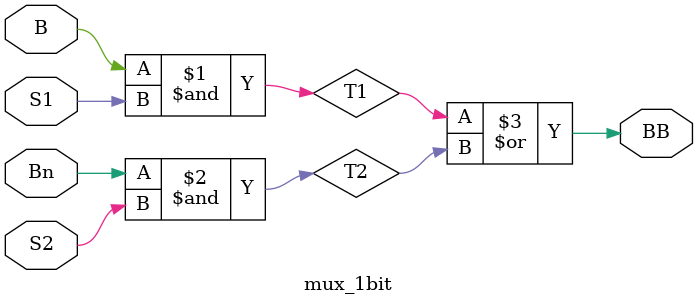
<source format=v>
`timescale 1ns / 1ps


module mux_1bit(B,Bn,BB,S1,S2);
input B,Bn,S1,S2;
output BB;

    wire T1,T2;
    
    and x3(T1,B,S1);
    and x4(T2,Bn,S2);
    or x5(BB,T1,T2);
    
endmodule

</source>
